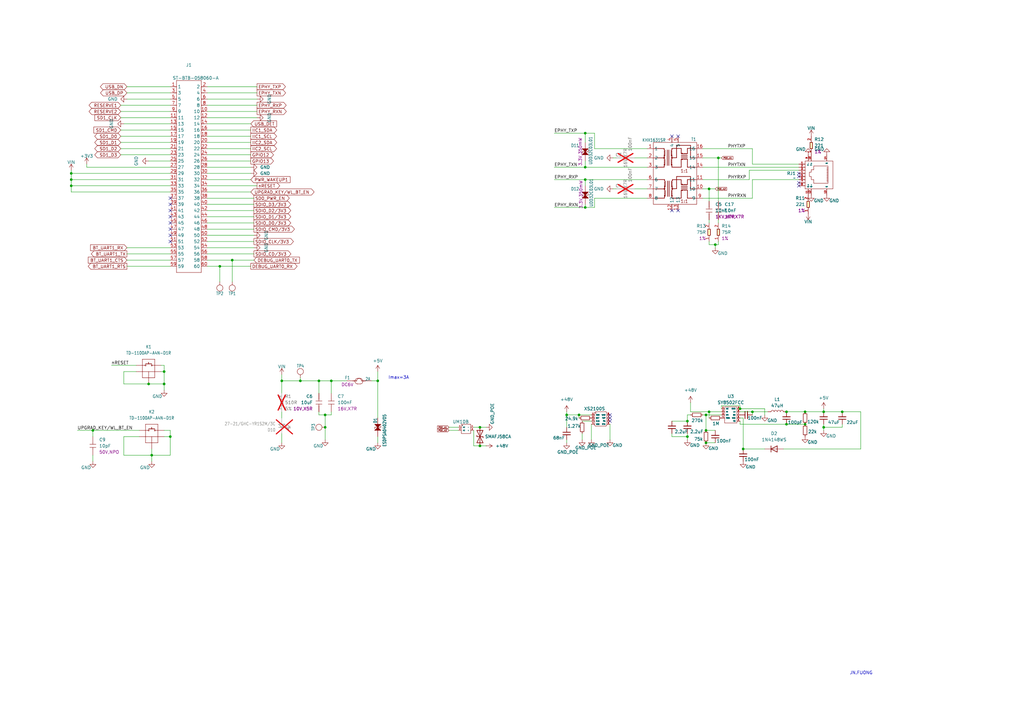
<source format=kicad_sch>
(kicad_sch (version 20231120) (generator "eeschema") (generator_version "8.0")
  (paper "A3")
  (lib_symbols
    (symbol "Connector:R-RJ45S08P-C000"
      (property "Reference" "RJ1" (at 5.0799 -15.24 90))
      (property "Value" "~" (at 6.985 -15.24 90))
      (symbol "R-RJ45S08P-C000_1_1"
        (pin free line (at 1.27 -13.97 90) (length 2.54) (name "") (number "1"))
        (pin free line (at -2.54 -8.89 0) (length 2.54) (name "Y+") (number "10"))
        (pin free line (at 13.97 -10.16 180) (length 2.54) (name "G+") (number "11"))
        (pin free line (at 13.97 -8.89 180) (length 2.54) (name "G-") (number "12"))
        (pin free line (at 13.97 -2.54 180) (length 2.54) (name "S") (number "13"))
        (pin free line (at -2.54 -2.54 0) (length 2.54) (name "S") (number "14"))
        (pin free line (at 2.54 -13.97 90) (length 2.54) (name "") (number "2"))
        (pin free line (at 3.81 -13.97 90) (length 2.54) (name "") (number "3"))
        (pin free line (at 5.08 -13.97 90) (length 2.54) (name "") (number "4"))
        (pin free line (at 6.35 -13.97 90) (length 2.54) (name "") (number "5"))
        (pin free line (at 7.62 -13.97 90) (length 2.54) (name "") (number "6"))
        (pin free line (at 8.89 -13.97 90) (length 2.54) (name "") (number "7"))
        (pin free line (at 10.16 -13.97 90) (length 2.54) (name "") (number "8"))
        (pin free line (at -2.54 -10.16 0) (length 2.54) (name "Y-") (number "9"))
      )
    )
    (symbol "Device:C_Small" (pin_numbers hide) (pin_names (offset 0.254) hide)
      (property "Reference" "C" (at 0.254 1.778 0))
      (property "Value" "C_Small" (at 0.254 -2.032 0))
      (symbol "C_Small_1_1"
        (pin passive line (at 0 2.54 270) (length 2.032) (name "~") (number "1"))
        (pin passive line (at 0 -2.54 90) (length 2.032) (name "~") (number "2"))
      )
    )
    (symbol "Device:L" (pin_numbers hide) (pin_names (offset 1.016) hide)
      (property "Reference" "L" (at -1.27 0 90))
      (property "Value" "L" (at 1.905 0 90))
      (symbol "L_1_1"
        (pin passive line (at 0 3.81 270) (length 1.27) (name "1") (number "1"))
        (pin passive line (at 0 -3.81 90) (length 1.27) (name "2") (number "2"))
      )
    )
    (symbol "Device:R_Small" (pin_numbers hide) (pin_names (offset 0.254) hide)
      (property "Reference" "R" (at 0.762 0.508 0))
      (property "Value" "R_Small" (at 0.762 -1.016 0))
      (symbol "R_Small_1_1"
        (pin passive line (at 0 2.54 270) (length 0.762) (name "~") (number "1"))
        (pin passive line (at 0 -2.54 90) (length 0.762) (name "~") (number "2"))
      )
    )
    (symbol "Diode:1N4148WS" (pin_numbers hide) (pin_names hide)
      (property "Reference" "D" (at 0 2.54 0))
      (property "Value" "1N4148WS" (at 0 -2.54 0))
      (symbol "1N4148WS_1_1"
        (pin passive line (at -3.81 0 0) (length 2.54) (name "K") (number "1"))
        (pin passive line (at 3.81 0 180) (length 2.54) (name "A") (number "2"))
      )
    )
    (symbol "Diode:SMAFJ58CA" (pin_numbers hide) (pin_names (offset 1.016) hide)
      (property "Reference" "D" (at -4.318 3.048 0))
      (property "Value" "SMAFJ58CA" (at 7.874 3.048 0))
      (symbol "SMAFJ58CA_1_1"
        (pin passive line (at -3.81 0 0) (length 2.54) (name "A1") (number "1"))
        (pin passive line (at 3.81 0 180) (length 2.54) (name "A2") (number "2"))
      )
    )
    (symbol "P & G:+3V3" (power) (pin_names (offset 0))
      (property "Value" "+3V3" (at 0 3.556 0))
      (symbol "+3V3_1_1"
        (pin power_in line (at 0 0 90) (length 0) hide (name "+3V3") (number "1"))
      )
    )
    (symbol "P & G:+5V" (power) (pin_names (offset 0))
      (property "Value" "+5V" (at 0 3.556 0))
      (symbol "+5V_1_1"
        (pin power_in line (at 0 0 90) (length 0) hide (name "+5V") (number "1"))
      )
    )
    (symbol "P & G:GND" (power) (pin_names (offset 0))
      (property "Value" "GND" (at 0 -3.81 0))
      (symbol "GND_1_1"
        (pin power_in line (at 0 0 270) (length 0) hide (name "GND") (number "1"))
      )
    )
    (symbol "Switch/311990111_1"
      (property "Reference" "K" (at -2.54 5.08 0))
      (property "Value" "TD-1100AP-A4N-D1R" (at -2.54 3.81 0))
      (symbol "Switch/311990111_1_1_0"
        (pin passive line (at -5.08 1.27 0) (length 2.54) (name "1") (number "1"))
        (pin passive line (at 5.08 1.27 180) (length 2.54) (name "2") (number "2"))
        (pin passive line (at -5.08 -1.27 0) (length 2.54) (name "S1") (number "S1"))
        (pin passive line (at 0 -6.35 90) (length 2.54) (name "S2") (number "S2"))
        (pin passive line (at 5.08 -1.27 180) (length 2.54) (name "S3") (number "S3"))
      )
    )
    (symbol "UM10B:SY8502FCC"
      (property "Reference" "U" (at -0.508 0.762 0))
      (property "Value" "SY8502FCC" (at 6.604 0.762 0))
      (symbol "SY8502FCC_1_1"
        (pin input line (at -1.27 -1.27 0) (length 1.27) (name "NC") (number "1"))
        (pin input line (at -1.27 -2.54 0) (length 1.27) (name "IN") (number "2"))
        (pin input line (at -1.27 -3.81 0) (length 1.27) (name "EN") (number "3"))
        (pin input line (at -1.27 -5.08 0) (length 1.27) (name "RON") (number "4"))
        (pin input line (at 6.35 -6.35 180) (length 1.27) (name "FB") (number "5"))
        (pin output line (at 6.35 -5.08 180) (length 1.27) (name "VCC") (number "6"))
        (pin output line (at 6.35 -3.81 180) (length 1.27) (name "BS") (number "7"))
        (pin input line (at 6.35 -2.54 180) (length 1.27) (name "LX") (number "8"))
        (pin input line (at 6.35 -1.27 180) (length 1.27) (name "GND") (number "9"))
      )
    )
    (symbol "UM10B:UM10B"
      (property "Value" "UM10B" (at -0.254 1.016 0))
      (symbol "UM10B_1_1"
        (pin input line (at -1.27 -1.27 0) (length 1.27) (name "AC") (number "1"))
        (pin input line (at -1.27 -2.54 0) (length 1.27) (name "AC") (number "2"))
        (pin output line (at 5.08 -2.54 180) (length 1.27) (name "+") (number "3"))
        (pin free line (at 5.08 -1.27 180) (length 1.27) (name "-") (number "4"))
      )
    )
    (symbol "UM10B:XS2100S"
      (property "Reference" "U" (at -0.508 0.762 0))
      (symbol "XS2100S_1_1"
        (pin input line (at -1.27 -1.27 0) (length 1.27) (name "VDD") (number "1"))
        (pin input line (at -1.27 -2.54 0) (length 1.27) (name "DET") (number "2"))
        (pin input line (at -1.27 -3.81 0) (length 1.27) (name "CLS") (number "3"))
        (pin input line (at -1.27 -5.08 0) (length 1.27) (name "VSS") (number "4"))
        (pin input line (at 6.35 -5.08 180) (length 1.27) (name "RTN") (number "5"))
        (pin output line (at 6.35 -3.81 180) (length 1.27) (name "PG") (number "6"))
        (pin output line (at 6.35 -2.54 180) (length 1.27) (name "T2P") (number "7"))
        (pin output line (at 6.35 -1.27 180) (length 1.27) (name "WAD") (number "8"))
      )
    )
    (symbol "libdb:Capacitors/302010001" (pin_numbers hide) (pin_names hide)
      (property "Reference" "C" (at 3.175 0 0))
      (property "Value" "10pF" (at 5.715 -1.905 0))
      (property "Voltage Rating" "50V,NPO" (at 0 0 0))
      (symbol "Capacitors/302010001_1_1"
        (pin passive line (at 0 3.81 270) (length 2.54) (name "1") (number "1"))
        (pin passive line (at 0 -3.81 90) (length 2.54) (name "2") (number "2"))
      )
    )
    (symbol "libdb:Capacitors/302010004" (pin_numbers hide) (pin_names hide)
      (property "Reference" "C" (at 3.175 0 0))
      (property "Value" "100nF" (at 5.715 -1.905 0))
      (property "Voltage Rating" "16V,X7R" (at 0 0 0))
      (symbol "Capacitors/302010004_1_1"
        (pin passive line (at 0 3.81 270) (length 2.54) (name "1") (number "1"))
        (pin passive line (at 0 -3.81 90) (length 2.54) (name "2") (number "2"))
      )
    )
    (symbol "libdb:Capacitors/302010103" (pin_numbers hide) (pin_names hide)
      (property "Reference" "C" (at 3.175 0 0))
      (property "Value" "10uF" (at 5.715 -1.905 0))
      (property "Voltage Rating" "10V,X5R" (at 0 0 0))
      (symbol "Capacitors/302010103_1_1"
        (pin passive line (at 0 3.81 270) (length 2.54) (name "1") (number "1"))
        (pin passive line (at 0 -3.81 90) (length 2.54) (name "2") (number "2"))
      )
    )
    (symbol "libdb:Capacitors/302010189" (pin_numbers hide) (pin_names hide)
      (property "Reference" "C" (at 3.175 0 0))
      (property "Value" "1nF" (at 5.715 -1.905 0))
      (property "Voltage Rating" "1KV,X7R" (at 0 0 0))
      (symbol "Capacitors/302010189_1_1"
        (pin passive line (at 0 3.81 270) (length 2.54) (name "1") (number "1"))
        (pin passive line (at 0 -3.81 90) (length 2.54) (name "2") (number "2"))
      )
    )
    (symbol "libdb:Connector/ST-BTB-058060-A"
      (property "Reference" "J" (at -4.826 42.164 0))
      (property "Value" "ST-BTB-058060-A" (at -2.794 40.386 0))
      (symbol "Connector/ST-BTB-058060-A_1_0"
        (pin passive line (at 7.62 -26.67 180) (length 2.54) (name "51") (number "51"))
        (pin passive line (at -7.62 -26.67 0) (length 2.54) (name "52") (number "52"))
        (pin passive line (at 7.62 -29.21 180) (length 2.54) (name "53") (number "53"))
        (pin passive line (at -7.62 -29.21 0) (length 2.54) (name "54") (number "54"))
        (pin passive line (at 7.62 -31.75 180) (length 2.54) (name "55") (number "55"))
        (pin passive line (at -7.62 -31.75 0) (length 2.54) (name "56") (number "56"))
        (pin passive line (at 7.62 -34.29 180) (length 2.54) (name "57") (number "57"))
        (pin passive line (at -7.62 -34.29 0) (length 2.54) (name "58") (number "58"))
        (pin passive line (at 7.62 -36.83 180) (length 2.54) (name "59") (number "59"))
        (pin passive line (at -7.62 -36.83 0) (length 2.54) (name "60") (number "60"))
      )
      (symbol "Connector/ST-BTB-058060-A_1_1"
        (pin passive line (at 7.62 36.83 180) (length 2.54) (name "1") (number "1"))
        (pin passive line (at -7.62 26.67 0) (length 2.54) (name "10") (number "10"))
        (pin passive line (at 7.62 24.13 180) (length 2.54) (name "11") (number "11"))
        (pin passive line (at -7.62 24.13 0) (length 2.54) (name "12") (number "12"))
        (pin passive line (at 7.62 21.59 180) (length 2.54) (name "13") (number "13"))
        (pin passive line (at -7.62 21.59 0) (length 2.54) (name "14") (number "14"))
        (pin passive line (at 7.62 19.05 180) (length 2.54) (name "15") (number "15"))
        (pin passive line (at -7.62 19.05 0) (length 2.54) (name "16") (number "16"))
        (pin passive line (at 7.62 16.51 180) (length 2.54) (name "17") (number "17"))
        (pin passive line (at -7.62 16.51 0) (length 2.54) (name "18") (number "18"))
        (pin passive line (at 7.62 13.97 180) (length 2.54) (name "19") (number "19"))
        (pin passive line (at -7.62 36.83 0) (length 2.54) (name "2") (number "2"))
        (pin passive line (at -7.62 13.97 0) (length 2.54) (name "20") (number "20"))
        (pin passive line (at 7.62 11.43 180) (length 2.54) (name "21") (number "21"))
        (pin passive line (at -7.62 11.43 0) (length 2.54) (name "22") (number "22"))
        (pin passive line (at 7.62 8.89 180) (length 2.54) (name "23") (number "23"))
        (pin passive line (at -7.62 8.89 0) (length 2.54) (name "24") (number "24"))
        (pin passive line (at 7.62 6.35 180) (length 2.54) (name "25") (number "25"))
        (pin passive line (at -7.62 6.35 0) (length 2.54) (name "26") (number "26"))
        (pin passive line (at 7.62 3.81 180) (length 2.54) (name "27") (number "27"))
        (pin passive line (at -7.62 3.81 0) (length 2.54) (name "28") (number "28"))
        (pin passive line (at 7.62 1.27 180) (length 2.54) (name "29") (number "29"))
        (pin passive line (at 7.62 34.29 180) (length 2.54) (name "3") (number "3"))
        (pin passive line (at -7.62 1.27 0) (length 2.54) (name "30") (number "30"))
        (pin passive line (at 7.62 -1.27 180) (length 2.54) (name "31") (number "31"))
        (pin passive line (at -7.62 -1.27 0) (length 2.54) (name "32") (number "32"))
        (pin passive line (at 7.62 -3.81 180) (length 2.54) (name "33") (number "33"))
        (pin passive line (at -7.62 -3.81 0) (length 2.54) (name "34") (number "34"))
        (pin passive line (at 7.62 -6.35 180) (length 2.54) (name "35") (number "35"))
        (pin passive line (at -7.62 -6.35 0) (length 2.54) (name "36") (number "36"))
        (pin passive line (at 7.62 -8.89 180) (length 2.54) (name "37") (number "37"))
        (pin passive line (at -7.62 -8.89 0) (length 2.54) (name "38") (number "38"))
        (pin passive line (at 7.62 -11.43 180) (length 2.54) (name "39") (number "39"))
        (pin passive line (at -7.62 34.29 0) (length 2.54) (name "4") (number "4"))
        (pin passive line (at -7.62 -11.43 0) (length 2.54) (name "40") (number "40"))
        (pin passive line (at 7.62 -13.97 180) (length 2.54) (name "41") (number "41"))
        (pin passive line (at -7.62 -13.97 0) (length 2.54) (name "42") (number "42"))
        (pin passive line (at 7.62 -16.51 180) (length 2.54) (name "43") (number "43"))
        (pin passive line (at -7.62 -16.51 0) (length 2.54) (name "44") (number "44"))
        (pin passive line (at 7.62 -19.05 180) (length 2.54) (name "45") (number "45"))
        (pin passive line (at -7.62 -19.05 0) (length 2.54) (name "46") (number "46"))
        (pin passive line (at 7.62 -21.59 180) (length 2.54) (name "47") (number "47"))
        (pin passive line (at -7.62 -21.59 0) (length 2.54) (name "48") (number "48"))
        (pin passive line (at 7.62 -24.13 180) (length 2.54) (name "49") (number "49"))
        (pin passive line (at 7.62 31.75 180) (length 2.54) (name "5") (number "5"))
        (pin passive line (at -7.62 -24.13 0) (length 2.54) (name "50") (number "50"))
        (pin passive line (at -7.62 31.75 0) (length 2.54) (name "6") (number "6"))
        (pin passive line (at 7.62 29.21 180) (length 2.54) (name "7") (number "7"))
        (pin passive line (at -7.62 29.21 0) (length 2.54) (name "8") (number "8"))
        (pin passive line (at 7.62 26.67 180) (length 2.54) (name "9") (number "9"))
      )
    )
    (symbol "libdb:Diode/304060074"
      (property "Reference" "D" (at -1.905 1.27 0))
      (property "Value" "ESDPSA0402V05" (at 1.27 1.27 0))
      (symbol "Diode/304060074_1_0"
        (pin passive line (at -3.81 0 0) (length 2.54) (name "1") (number "1"))
        (pin passive line (at 3.81 0 180) (length 2.54) (name "2") (number "2"))
      )
    )
    (symbol "libdb:Diode/304060354"
      (property "Reference" "D" (at -1.905 1.27 0))
      (property "Value" "UDD32C03L01" (at 1.27 1.27 0))
      (property "Rating" "3.3V,350mW" (at 0 0 0))
      (symbol "Diode/304060354_1_0"
        (pin passive line (at -3.81 0 0) (length 2.54) (name "1") (number "1"))
        (pin passive line (at 3.81 0 180) (length 2.54) (name "2") (number "2"))
      )
    )
    (symbol "libdb:Diode/304090030"
      (property "Reference" "D" (at -2.032 1.016 0))
      (property "Value" "27-21/GHC-YR1S2M/3C" (at 1.397 0.889 0))
      (symbol "Diode/304090030_1_0"
        (pin passive line (at -2.54 0 0) (length 2.54) (name "+") (number "1"))
        (pin passive line (at 3.81 0 180) (length 2.54) (name "-") (number "2"))
      )
    )
    (symbol "libdb:Fuse/307010043"
      (property "Reference" "F" (at -3.81 0.635 0))
      (property "Value" "2A" (at 0.635 0.635 0))
      (property "Rating" "DC6V" (at 0 0 0))
      (symbol "Fuse/307010043_1_0"
        (pin passive line (at -5.08 0 0) (length 2.54) (name "1") (number "1"))
        (pin passive line (at 5.08 0 180) (length 2.54) (name "2") (number "2"))
      )
    )
    (symbol "libdb:Misc/KHX1631SR"
      (property "Reference" "T" (at -8.89 14.732 0))
      (property "Value" "KHX1631SR" (at -8.89 12.954 0))
      (symbol "Misc/KHX1631SR_1_0"
        (pin passive line (at -11.43 10.16 0) (length 2.54) (name "1") (number "1"))
        (pin passive line (at 11.43 -6.35 180) (length 2.54) (name "10") (number "10"))
        (pin passive line (at 11.43 -2.54 180) (length 2.54) (name "11") (number "11"))
        (pin passive line (at -1.27 -15.24 90) (length 2.54) (name "12") (number "12"))
        (pin passive line (at 1.27 -15.24 90) (length 2.54) (name "13") (number "13"))
        (pin passive line (at 11.43 2.54 180) (length 2.54) (name "14") (number "14"))
        (pin passive line (at 11.43 6.35 180) (length 2.54) (name "15") (number "15"))
        (pin passive line (at 11.43 10.16 180) (length 2.54) (name "16") (number "16"))
        (pin passive line (at -11.43 6.35 0) (length 2.54) (name "2") (number "2"))
        (pin passive line (at -11.43 2.54 0) (length 2.54) (name "3") (number "3"))
        (pin passive line (at -1.27 15.24 270) (length 2.54) (name "4") (number "4"))
        (pin passive line (at 1.27 15.24 270) (length 2.54) (name "5") (number "5"))
        (pin passive line (at -11.43 -2.54 0) (length 2.54) (name "6") (number "6"))
        (pin passive line (at -11.43 -6.35 0) (length 2.54) (name "7") (number "7"))
        (pin passive line (at -11.43 -10.16 0) (length 2.54) (name "8") (number "8"))
        (pin passive line (at 11.43 -10.16 180) (length 2.54) (name "9") (number "9"))
      )
      (symbol "Misc/KHX1631SR_1_1"
        (text "1:1" (at 3.81 -11.43 0) (effects (font (size 1.27 1.27))))
        (text "1:1" (at 3.81 1.016 0) (effects (font (size 1.27 1.27))))
      )
    )
    (symbol "libdb:Misc/TP35C_SMD"
      (property "Reference" "TP" (at -2.54 0 0))
      (property "Value" "Test Point" (at 5.08 0 0))
      (symbol "Misc/TP35C_SMD_1_0"
        (pin passive line (at -2.54 0 0) (length 0) (name "T") (number "1"))
      )
    )
    (symbol "libdb:Resistors/301010050" (pin_names (offset 1.016))
      (property "Reference" "R" (at -1.905 0.635 0))
      (property "Value" "510R" (at 0.635 0.635 0))
      (property "Power Rating" "5%" (at 0 0 0))
      (symbol "Resistors/301010050_0_0"
        (pin passive line (at -3.81 0 0) (length 2.54) (name "~") (number "1"))
        (pin passive line (at 3.81 0 180) (length 2.54) (name "~") (number "2"))
      )
    )
    (symbol "libdb:Resistors/301010269" (pin_names (offset 1.016))
      (property "Reference" "R" (at -1.905 0.635 0))
      (property "Value" "75R" (at 0.635 0.635 0))
      (property "Power Rating" "1%" (at 0 0 0))
      (symbol "Resistors/301010269_0_0"
        (pin passive line (at -3.81 0 0) (length 2.54) (name "~") (number "1"))
        (pin passive line (at 3.81 0 180) (length 2.54) (name "~") (number "2"))
      )
    )
    (symbol "libdb:Switch/311990111"
      (property "Reference" "K" (at -2.54 5.08 0))
      (property "Value" "TD-1100AP-A4N-D1R" (at -2.54 3.81 0))
      (symbol "Switch/311990111_1_0"
        (pin passive line (at -5.08 1.27 0) (length 2.54) (name "1") (number "1"))
        (pin passive line (at 5.08 1.27 180) (length 2.54) (name "2") (number "2"))
        (pin passive line (at -5.08 -1.27 0) (length 2.54) (name "S1") (number "S1"))
        (pin passive line (at 0 -6.35 90) (length 2.54) (name "S2") (number "S2"))
        (pin passive line (at 5.08 -1.27 180) (length 2.54) (name "S3") (number "S3"))
      )
    )
    (symbol "power:+48V" (power) (pin_numbers hide) (pin_names (offset 0) hide)
      (property "Value" "+48V" (at 0 3.556 0))
      (symbol "+48V_1_1"
        (pin power_in line (at 0 0 90) (length 0) (name "~") (number "1"))
      )
    )
  )
  (junction (at 133.35 175.26))
  (junction (at 281.94 172.72))
  (junction (at 60.96 157.48))
  (junction (at 196.85 182.88))
  (junction (at 67.31 152.4))
  (junction (at 290.83 77.47))
  (junction (at 240.03 68.58))
  (junction (at 196.85 175.26))
  (junction (at 289.56 176.53))
  (junction (at 289.56 181.61))
  (junction (at 38.1 176.53))
  (junction (at 29.21 71.12))
  (junction (at 345.44 168.91))
  (junction (at 330.2 168.91))
  (junction (at 322.58 168.91))
  (junction (at 294.64 64.77))
  (junction (at 232.41 170.18))
  (junction (at 337.82 175.26))
  (junction (at 337.82 168.91))
  (junction (at 237.49 170.18))
  (junction (at 308.61 168.91))
  (junction (at 67.31 157.48))
  (junction (at 123.19 156.21))
  (junction (at 130.81 156.21))
  (junction (at 330.2 173.99))
  (junction (at 240.03 73.66))
  (junction (at 90.17 109.22))
  (junction (at 62.23 186.69))
  (junction (at 154.94 156.21))
  (junction (at 133.35 170.18))
  (junction (at 289.56 170.18))
  (junction (at 29.21 73.66))
  (junction (at 304.8 184.15))
  (junction (at 29.21 76.2))
  (junction (at 293.37 100.33))
  (junction (at 290.83 168.91))
  (junction (at 115.57 156.21))
  (junction (at 69.85 179.07))
  (junction (at 240.03 54.61))
  (junction (at 95.25 106.68))
  (junction (at 322.58 173.99))
  (junction (at 303.53 167.64))
  (junction (at 135.89 156.21))
  (junction (at 240.03 85.09))
  (junction (at 281.94 179.07))
  (no_connect (at 275.59 86.36))
  (no_connect (at 69.85 81.28))
  (no_connect (at 69.85 93.98))
  (no_connect (at 327.66 71.12))
  (no_connect (at 250.19 172.72))
  (no_connect (at 69.85 86.36))
  (no_connect (at 327.66 74.93))
  (no_connect (at 250.19 170.18))
  (no_connect (at 275.59 55.88))
  (no_connect (at 278.13 55.88))
  (no_connect (at 327.66 72.39))
  (no_connect (at 69.85 83.82))
  (no_connect (at 69.85 91.44))
  (no_connect (at 250.19 171.45))
  (no_connect (at 278.13 86.36))
  (no_connect (at 69.85 88.9))
  (no_connect (at 327.66 76.2))
  (no_connect (at 69.85 99.06))
  (no_connect (at 69.85 96.52))
  (wire (pts (xy 281.94 180.34) (xy 281.94 179.07)))
  (wire (pts (xy 29.21 71.12) (xy 29.21 73.66)))
  (wire (pts (xy 307.34 73.66) (xy 307.34 69.85)))
  (wire (pts (xy 240.03 54.61) (xy 240.03 58.42)))
  (wire (pts (xy 232.41 168.91) (xy 232.41 170.18)))
  (wire (pts (xy 243.84 54.61) (xy 243.84 60.96)))
  (wire (pts (xy 104.14 93.98) (xy 85.09 93.98)))
  (wire (pts (xy 275.59 179.07) (xy 275.59 177.8)))
  (wire (pts (xy 154.94 179.07) (xy 154.94 181.61)))
  (wire (pts (xy 308.61 67.31) (xy 327.66 67.31)))
  (wire (pts (xy 90.17 109.22) (xy 102.87 109.22)))
  (wire (pts (xy 50.8 186.69) (xy 62.23 186.69)))
  (wire (pts (xy 243.84 81.28) (xy 265.43 81.28)))
  (wire (pts (xy 38.1 176.53) (xy 38.1 179.07)))
  (wire (pts (xy 123.19 156.21) (xy 123.19 154.94)))
  (wire (pts (xy 288.29 64.77) (xy 294.64 64.77)))
  (wire (pts (xy 290.83 90.17) (xy 290.83 91.44)))
  (wire (pts (xy 85.09 71.12) (xy 102.87 71.12)))
  (wire (pts (xy 104.14 91.44) (xy 85.09 91.44)))
  (wire (pts (xy 49.53 45.72) (xy 69.85 45.72)))
  (wire (pts (xy 237.49 170.18) (xy 237.49 171.45)))
  (wire (pts (xy 135.89 156.21) (xy 135.89 161.29)))
  (wire (pts (xy 288.29 68.58) (xy 327.66 68.58)))
  (wire (pts (xy 38.1 186.69) (xy 38.1 189.23)))
  (wire (pts (xy 67.31 149.86) (xy 67.31 152.4)))
  (wire (pts (xy 232.41 170.18) (xy 237.49 170.18)))
  (wire (pts (xy 55.88 152.4) (xy 50.8 152.4)))
  (wire (pts (xy 133.35 175.26) (xy 133.35 180.34)))
  (wire (pts (xy 322.58 168.91) (xy 330.2 168.91)))
  (wire (pts (xy 275.59 179.07) (xy 281.94 179.07)))
  (wire (pts (xy 115.57 168.91) (xy 115.57 171.45)))
  (wire (pts (xy 152.4 156.21) (xy 154.94 156.21)))
  (wire (pts (xy 243.84 60.96) (xy 265.43 60.96)))
  (wire (pts (xy 308.61 168.91) (xy 308.61 170.18)))
  (wire (pts (xy 242.57 180.34) (xy 242.57 173.99)))
  (wire (pts (xy 154.94 152.4) (xy 154.94 156.21)))
  (wire (pts (xy 95.25 106.68) (xy 95.25 115.57)))
  (wire (pts (xy 289.56 170.18) (xy 295.91 170.18)))
  (wire (pts (xy 337.82 175.26) (xy 345.44 175.26)))
  (wire (pts (xy 232.41 181.61) (xy 232.41 180.34)))
  (wire (pts (xy 294.64 64.77) (xy 295.91 64.77)))
  (wire (pts (xy 194.31 175.26) (xy 196.85 175.26)))
  (wire (pts (xy 240.03 73.66) (xy 240.03 76.2)))
  (wire (pts (xy 62.23 186.69) (xy 62.23 184.15)))
  (wire (pts (xy 67.31 179.07) (xy 69.85 179.07)))
  (wire (pts (xy 50.8 152.4) (xy 50.8 157.48)))
  (wire (pts (xy 105.41 35.56) (xy 85.09 35.56)))
  (wire (pts (xy 104.14 88.9) (xy 85.09 88.9)))
  (wire (pts (xy 196.85 182.88) (xy 199.39 182.88)))
  (wire (pts (xy 260.35 77.47) (xy 265.43 77.47)))
  (wire (pts (xy 105.41 43.18) (xy 85.09 43.18)))
  (wire (pts (xy 293.37 100.33) (xy 294.64 100.33)))
  (wire (pts (xy 102.87 73.66) (xy 85.09 73.66)))
  (wire (pts (xy 52.07 38.1) (xy 69.85 38.1)))
  (wire (pts (xy 283.21 165.1) (xy 283.21 168.91)))
  (wire (pts (xy 321.31 184.15) (xy 353.06 184.15)))
  (wire (pts (xy 104.14 86.36) (xy 85.09 86.36)))
  (wire (pts (xy 85.09 109.22) (xy 90.17 109.22)))
  (wire (pts (xy 104.14 83.82) (xy 85.09 83.82)))
  (wire (pts (xy 29.21 71.12) (xy 69.85 71.12)))
  (wire (pts (xy 102.87 58.42) (xy 85.09 58.42)))
  (wire (pts (xy 90.17 109.22) (xy 90.17 115.57)))
  (wire (pts (xy 290.83 99.06) (xy 290.83 100.33)))
  (wire (pts (xy 345.44 168.91) (xy 353.06 168.91)))
  (wire (pts (xy 154.94 156.21) (xy 154.94 171.45)))
  (wire (pts (xy 238.76 180.34) (xy 238.76 177.8)))
  (wire (pts (xy 31.75 176.53) (xy 38.1 176.53)))
  (wire (pts (xy 337.82 167.64) (xy 337.82 168.91)))
  (wire (pts (xy 123.19 156.21) (xy 130.81 156.21)))
  (wire (pts (xy 67.31 157.48) (xy 67.31 152.4)))
  (wire (pts (xy 50.8 179.07) (xy 50.8 186.69)))
  (wire (pts (xy 62.23 186.69) (xy 62.23 189.23)))
  (wire (pts (xy 57.15 179.07) (xy 50.8 179.07)))
  (wire (pts (xy 29.21 73.66) (xy 69.85 73.66)))
  (wire (pts (xy 60.96 157.48) (xy 67.31 157.48)))
  (wire (pts (xy 240.03 66.04) (xy 240.03 68.58)))
  (wire (pts (xy 295.91 167.64) (xy 295.91 166.37)))
  (wire (pts (xy 102.87 53.34) (xy 85.09 53.34)))
  (wire (pts (xy 303.53 167.64) (xy 313.69 167.64)))
  (wire (pts (xy 38.1 176.53) (xy 57.15 176.53)))
  (wire (pts (xy 313.69 167.64) (xy 313.69 170.18)))
  (wire (pts (xy 337.82 176.53) (xy 337.82 175.26)))
  (wire (pts (xy 303.53 171.45) (xy 304.8 171.45)))
  (wire (pts (xy 281.94 170.18) (xy 281.94 172.72)))
  (wire (pts (xy 250.19 180.34) (xy 250.19 173.99)))
  (wire (pts (xy 240.03 83.82) (xy 240.03 85.09)))
  (wire (pts (xy 67.31 152.4) (xy 66.04 152.4)))
  (wire (pts (xy 133.35 170.18) (xy 135.89 170.18)))
  (wire (pts (xy 289.56 176.53) (xy 293.37 176.53)))
  (wire (pts (xy 227.33 68.58) (xy 240.03 68.58)))
  (wire (pts (xy 85.09 66.04) (xy 102.87 66.04)))
  (wire (pts (xy 304.8 171.45) (xy 304.8 184.15)))
  (wire (pts (xy 104.14 81.28) (xy 85.09 81.28)))
  (wire (pts (xy 29.21 69.85) (xy 29.21 71.12)))
  (wire (pts (xy 293.37 101.6) (xy 293.37 100.33)))
  (wire (pts (xy 105.41 40.64) (xy 85.09 40.64)))
  (wire (pts (xy 307.34 69.85) (xy 327.66 69.85)))
  (wire (pts (xy 288.29 81.28) (xy 308.61 81.28)))
  (wire (pts (xy 67.31 157.48) (xy 67.31 160.02)))
  (wire (pts (xy 232.41 170.18) (xy 232.41 175.26)))
  (wire (pts (xy 290.83 77.47) (xy 293.37 77.47)))
  (wire (pts (xy 281.94 179.07) (xy 281.94 177.8)))
  (wire (pts (xy 35.56 67.31) (xy 35.56 68.58)))
  (wire (pts (xy 288.29 73.66) (xy 307.34 73.66)))
  (wire (pts (xy 337.82 175.26) (xy 337.82 173.99)))
  (wire (pts (xy 85.09 68.58) (xy 102.87 68.58)))
  (wire (pts (xy 130.81 168.91) (xy 130.81 170.18)))
  (wire (pts (xy 308.61 73.66) (xy 308.61 81.28)))
  (wire (pts (xy 345.44 173.99) (xy 345.44 175.26)))
  (wire (pts (xy 95.25 106.68) (xy 104.14 106.68)))
  (wire (pts (xy 135.89 170.18) (xy 135.89 168.91)))
  (wire (pts (xy 308.61 73.66) (xy 327.66 73.66)))
  (wire (pts (xy 283.21 168.91) (xy 290.83 168.91)))
  (wire (pts (xy 290.83 82.55) (xy 290.83 77.47)))
  (wire (pts (xy 67.31 176.53) (xy 69.85 176.53)))
  (wire (pts (xy 49.53 58.42) (xy 69.85 58.42)))
  (wire (pts (xy 69.85 186.69) (xy 62.23 186.69)))
  (wire (pts (xy 52.07 106.68) (xy 69.85 106.68)))
  (wire (pts (xy 184.15 175.26) (xy 187.96 175.26)))
  (wire (pts (xy 69.85 176.53) (xy 69.85 179.07)))
  (wire (pts (xy 294.64 91.44) (xy 294.64 90.17)))
  (wire (pts (xy 290.83 168.91) (xy 295.91 168.91)))
  (wire (pts (xy 288.29 170.18) (xy 289.56 170.18)))
  (wire (pts (xy 314.96 168.91) (xy 308.61 168.91)))
  (wire (pts (xy 238.76 172.72) (xy 242.57 172.72)))
  (wire (pts (xy 49.53 55.88) (xy 69.85 55.88)))
  (wire (pts (xy 290.83 100.33) (xy 293.37 100.33)))
  (wire (pts (xy 105.41 38.1) (xy 85.09 38.1)))
  (wire (pts (xy 304.8 184.15) (xy 313.69 184.15)))
  (wire (pts (xy 105.41 76.2) (xy 85.09 76.2)))
  (wire (pts (xy 303.53 166.37) (xy 303.53 167.64)))
  (wire (pts (xy 66.04 149.86) (xy 67.31 149.86)))
  (wire (pts (xy 194.31 182.88) (xy 196.85 182.88)))
  (wire (pts (xy 330.2 168.91) (xy 337.82 168.91)))
  (wire (pts (xy 102.87 60.96) (xy 85.09 60.96)))
  (wire (pts (xy 50.8 157.48) (xy 60.96 157.48)))
  (wire (pts (xy 102.87 55.88) (xy 85.09 55.88)))
  (wire (pts (xy 130.81 161.29) (xy 130.81 156.21)))
  (wire (pts (xy 69.85 179.07) (xy 69.85 186.69)))
  (wire (pts (xy 60.96 66.04) (xy 69.85 66.04)))
  (wire (pts (xy 240.03 73.66) (xy 265.43 73.66)))
  (wire (pts (xy 104.14 101.6) (xy 85.09 101.6)))
  (wire (pts (xy 52.07 35.56) (xy 69.85 35.56)))
  (wire (pts (xy 52.07 40.64) (xy 69.85 40.64)))
  (wire (pts (xy 275.59 172.72) (xy 281.94 172.72)))
  (wire (pts (xy 227.33 85.09) (xy 240.03 85.09)))
  (wire (pts (xy 237.49 170.18) (xy 242.57 170.18)))
  (wire (pts (xy 240.03 54.61) (xy 243.84 54.61)))
  (wire (pts (xy 243.84 85.09) (xy 243.84 81.28)))
  (wire (pts (xy 184.15 176.53) (xy 187.96 176.53)))
  (wire (pts (xy 85.09 106.68) (xy 95.25 106.68)))
  (wire (pts (xy 29.21 76.2) (xy 29.21 78.74)))
  (wire (pts (xy 289.56 170.18) (xy 289.56 176.53)))
  (wire (pts (xy 104.14 99.06) (xy 85.09 99.06)))
  (wire (pts (xy 251.46 77.47) (xy 252.73 77.47)))
  (wire (pts (xy 85.09 63.5) (xy 102.87 63.5)))
  (wire (pts (xy 308.61 60.96) (xy 308.61 67.31)))
  (wire (pts (xy 29.21 78.74) (xy 69.85 78.74)))
  (wire (pts (xy 105.41 48.26) (xy 85.09 48.26)))
  (wire (pts (xy 290.83 168.91) (xy 290.83 171.45)))
  (wire (pts (xy 289.56 181.61) (xy 293.37 181.61)))
  (wire (pts (xy 115.57 156.21) (xy 123.19 156.21)))
  (wire (pts (xy 294.64 100.33) (xy 294.64 99.06)))
  (wire (pts (xy 288.29 60.96) (xy 308.61 60.96)))
  (wire (pts (xy 288.29 77.47) (xy 290.83 77.47)))
  (wire (pts (xy 35.56 68.58) (xy 69.85 68.58)))
  (wire (pts (xy 322.58 173.99) (xy 330.2 173.99)))
  (wire (pts (xy 353.06 168.91) (xy 353.06 184.15)))
  (wire (pts (xy 294.64 82.55) (xy 294.64 64.77)))
  (wire (pts (xy 45.72 149.86) (xy 55.88 149.86)))
  (wire (pts (xy 295.91 166.37) (xy 303.53 166.37)))
  (wire (pts (xy 29.21 76.2) (xy 69.85 76.2)))
  (wire (pts (xy 130.81 156.21) (xy 135.89 156.21)))
  (wire (pts (xy 227.33 54.61) (xy 240.03 54.61)))
  (wire (pts (xy 281.94 170.18) (xy 283.21 170.18)))
  (wire (pts (xy 104.14 96.52) (xy 85.09 96.52)))
  (wire (pts (xy 194.31 182.88) (xy 194.31 176.53)))
  (wire (pts (xy 337.82 168.91) (xy 345.44 168.91)))
  (wire (pts (xy 240.03 85.09) (xy 243.84 85.09)))
  (wire (pts (xy 130.81 170.18) (xy 133.35 170.18)))
  (wire (pts (xy 227.33 73.66) (xy 240.03 73.66)))
  (wire (pts (xy 303.53 173.99) (xy 303.53 172.72)))
  (wire (pts (xy 49.53 60.96) (xy 69.85 60.96)))
  (wire (pts (xy 115.57 177.8) (xy 115.57 181.61)))
  (wire (pts (xy 135.89 156.21) (xy 142.24 156.21)))
  (wire (pts (xy 260.35 64.77) (xy 265.43 64.77)))
  (wire (pts (xy 102.87 50.8) (xy 85.09 50.8)))
  (wire (pts (xy 196.85 175.26) (xy 199.39 175.26)))
  (wire (pts (xy 251.46 64.77) (xy 252.73 64.77)))
  (wire (pts (xy 115.57 153.67) (xy 115.57 156.21)))
  (wire (pts (xy 102.87 78.74) (xy 85.09 78.74)))
  (wire (pts (xy 308.61 168.91) (xy 303.53 168.91)))
  (wire (pts (xy 52.07 101.6) (xy 69.85 101.6)))
  (wire (pts (xy 49.53 48.26) (xy 69.85 48.26)))
  (wire (pts (xy 29.21 73.66) (xy 29.21 76.2)))
  (wire (pts (xy 49.53 53.34) (xy 69.85 53.34)))
  (wire (pts (xy 105.41 45.72) (xy 85.09 45.72)))
  (wire (pts (xy 133.35 170.18) (xy 133.35 175.26)))
  (wire (pts (xy 52.07 104.14) (xy 69.85 104.14)))
  (wire (pts (xy 50.8 50.8) (xy 69.85 50.8)))
  (wire (pts (xy 69.85 43.18) (xy 49.53 43.18)))
  (wire (pts (xy 49.53 63.5) (xy 69.85 63.5)))
  (wire (pts (xy 115.57 156.21) (xy 115.57 161.29)))
  (wire (pts (xy 240.03 68.58) (xy 265.43 68.58)))
  (wire (pts (xy 104.14 104.14) (xy 85.09 104.14)))
  (wire (pts (xy 52.07 109.22) (xy 69.85 109.22)))
  (wire (pts (xy 303.53 173.99) (xy 322.58 173.99)))
  (text "JN.FUONG" (at 348.488 276.86 0) (effects (font (size 1.27 1.27)) (justify left bottom)))
  (text "Imax=3A\n" (at 159.258 155.702 0) (effects (font (size 1.27 1.27)) (justify left bottom)))
  (label "EPHY_RXP" (at 227.33 73.66 0))
  (label "PHYTXP" (at 298.45 60.96 0))
  (label "EPHY_TXN" (at 227.33 68.58 0))
  (label "PHYTXN" (at 298.45 68.58 0))
  (label "EPHY_TXP" (at 227.33 54.61 0))
  (label "PHYRXN" (at 298.45 81.28 0))
  (label "nRESET" (at 45.72 149.86 0))
  (label "PHYRXP" (at 298.45 73.66 0))
  (label "EPHY_RXN" (at 227.33 85.09 0))
  (label "UPGRAD_KEY{slash}WL_BT_EN" (at 31.75 176.53 0))
  (global_label "EPHY_RXP" (shape output) (at 105.41 43.18 0) (property "Intersheetrefs" "${INTERSHEET_REFS}" (effects (hide yes))))
  (global_label "IIC1_SCL" (shape output) (at 102.87 55.88 0) (property "Intersheetrefs" "${INTERSHEET_REFS}" (effects (hide yes))))
  (global_label "POE_A2" (shape input) (at 184.15 176.53 180) (effects (font (size 0.635 0.635))) (property "Intersheetrefs" "${INTERSHEET_REFS}" (effects (hide yes))))
  (global_label "IIC2_SCL" (shape output) (at 102.87 60.96 0) (property "Intersheetrefs" "${INTERSHEET_REFS}" (effects (hide yes))))
  (global_label "POE_A2" (shape input) (at 293.37 77.47 0) (effects (font (size 0.635 0.635))) (property "Intersheetrefs" "${INTERSHEET_REFS}" (effects (hide yes))))
  (global_label "IIC1_SDA" (shape output) (at 102.87 53.34 0) (property "Intersheetrefs" "${INTERSHEET_REFS}" (effects (hide yes))))
  (global_label "BT_UART1_RTS" (shape output) (at 52.07 109.22 180) (property "Intersheetrefs" "${INTERSHEET_REFS}" (effects (hide yes))))
  (global_label "BT_UART1_TX" (shape output) (at 52.07 104.14 180) (property "Intersheetrefs" "${INTERSHEET_REFS}" (effects (hide yes))))
  (global_label "USB_DN" (shape bidirectional) (at 52.07 35.56 180) (property "Intersheetrefs" "${INTERSHEET_REFS}" (effects (hide yes))))
  (global_label "SDIO_D3{slash}3V3" (shape output) (at 104.14 83.82 0) (property "Intersheetrefs" "${INTERSHEET_REFS}" (effects (hide yes))))
  (global_label "IIC2_SDA" (shape output) (at 102.87 58.42 0) (property "Intersheetrefs" "${INTERSHEET_REFS}" (effects (hide yes))))
  (global_label "nRESET" (shape output) (at 105.41 76.2 0) (property "Intersheetrefs" "${INTERSHEET_REFS}" (effects (hide yes))))
  (global_label "SD1_D3" (shape bidirectional) (at 49.53 63.5 180) (property "Intersheetrefs" "${INTERSHEET_REFS}" (effects (hide yes))))
  (global_label "SD0_PWR_EN" (shape output) (at 104.14 81.28 0) (property "Intersheetrefs" "${INTERSHEET_REFS}" (effects (hide yes))))
  (global_label "RESERVE1" (shape bidirectional) (at 49.53 43.18 180) (property "Intersheetrefs" "${INTERSHEET_REFS}" (effects (hide yes))))
  (global_label "POE_A1" (shape input) (at 184.15 175.26 180) (effects (font (size 0.635 0.635))) (property "Intersheetrefs" "${INTERSHEET_REFS}" (effects (hide yes))))
  (global_label "SDIO_CMD{slash}3V3" (shape output) (at 104.14 93.98 0) (property "Intersheetrefs" "${INTERSHEET_REFS}" (effects (hide yes))))
  (global_label "DEBUG_UART0_RX" (shape output) (at 102.87 109.22 0) (property "Intersheetrefs" "${INTERSHEET_REFS}" (effects (hide yes))))
  (global_label "GPIO13" (shape output) (at 102.87 66.04 0) (property "Intersheetrefs" "${INTERSHEET_REFS}" (effects (hide yes))))
  (global_label "SDIO_D1{slash}3V3" (shape output) (at 104.14 88.9 0) (property "Intersheetrefs" "${INTERSHEET_REFS}" (effects (hide yes))))
  (global_label "SDIO_CLK{slash}3V3" (shape output) (at 104.14 99.06 0) (property "Intersheetrefs" "${INTERSHEET_REFS}" (effects (hide yes))))
  (global_label "USB_DP" (shape bidirectional) (at 52.07 38.1 180) (property "Intersheetrefs" "${INTERSHEET_REFS}" (effects (hide yes))))
  (global_label "RESERVE2" (shape bidirectional) (at 49.53 45.72 180) (property "Intersheetrefs" "${INTERSHEET_REFS}" (effects (hide yes))))
  (global_label "USB_DET" (shape input) (at 102.87 50.8 0) (property "Intersheetrefs" "${INTERSHEET_REFS}" (effects (hide yes))))
  (global_label "SDIO_D0{slash}3V3" (shape output) (at 104.14 91.44 0) (property "Intersheetrefs" "${INTERSHEET_REFS}" (effects (hide yes))))
  (global_label "BT_UART1_RX" (shape input) (at 52.07 101.6 180) (property "Intersheetrefs" "${INTERSHEET_REFS}" (effects (hide yes))))
  (global_label "BT_UART1_CTS" (shape input) (at 52.07 106.68 180) (property "Intersheetrefs" "${INTERSHEET_REFS}" (effects (hide yes))))
  (global_label "SD1_D0" (shape bidirectional) (at 49.53 55.88 180) (property "Intersheetrefs" "${INTERSHEET_REFS}" (effects (hide yes))))
  (global_label "SDIO_CD{slash}3V3" (shape output) (at 104.14 104.14 0) (property "Intersheetrefs" "${INTERSHEET_REFS}" (effects (hide yes))))
  (global_label "SDIO_D2{slash}3V3" (shape output) (at 104.14 86.36 0) (property "Intersheetrefs" "${INTERSHEET_REFS}" (effects (hide yes))))
  (global_label "SD1_CMD" (shape input) (at 49.53 53.34 180) (property "Intersheetrefs" "${INTERSHEET_REFS}" (effects (hide yes))))
  (global_label "POE_A1" (shape input) (at 295.91 64.77 0) (effects (font (size 0.635 0.635))) (property "Intersheetrefs" "${INTERSHEET_REFS}" (effects (hide yes))))
  (global_label "DEBUG_UART0_TX" (shape input) (at 104.14 106.68 0) (property "Intersheetrefs" "${INTERSHEET_REFS}" (effects (hide yes))))
  (global_label "UPGRAD_KEY{slash}WL_BT_EN" (shape bidirectional) (at 102.87 78.74 0) (property "Intersheetrefs" "${INTERSHEET_REFS}" (effects (hide yes))))
  (global_label "EPHY_TXN" (shape output) (at 105.41 38.1 0) (property "Intersheetrefs" "${INTERSHEET_REFS}" (effects (hide yes))))
  (global_label "GPIO12" (shape output) (at 102.87 63.5 0) (property "Intersheetrefs" "${INTERSHEET_REFS}" (effects (hide yes))))
  (global_label "EPHY_TXP" (shape output) (at 105.41 35.56 0) (property "Intersheetrefs" "${INTERSHEET_REFS}" (effects (hide yes))))
  (global_label "SD1_CLK" (shape input) (at 49.53 48.26 180) (property "Intersheetrefs" "${INTERSHEET_REFS}" (effects (hide yes))))
  (global_label "PWR_WAKEUP1" (shape input) (at 102.87 73.66 0) (property "Intersheetrefs" "${INTERSHEET_REFS}" (effects (hide yes))))
  (global_label "SD1_D1" (shape bidirectional) (at 49.53 58.42 180) (property "Intersheetrefs" "${INTERSHEET_REFS}" (effects (hide yes))))
  (global_label "EPHY_RXN" (shape output) (at 105.41 45.72 0) (property "Intersheetrefs" "${INTERSHEET_REFS}" (effects (hide yes))))
  (global_label "SD1_D2" (shape bidirectional) (at 49.53 60.96 180) (property "Intersheetrefs" "${INTERSHEET_REFS}" (effects (hide yes))))
  (symbol (lib_id "P & G:GND") (at 250.19 180.34 0) (unit 1)
    (property "Reference" "#PWR015" (effects (hide yes)))
    (property "Value" "GND" (at 253.238 182.626 0))
  )
  (symbol (lib_id "P & G:GND") (at 293.37 101.6 0) (unit 1)
    (property "Reference" "#PWR026" (effects (hide yes)))
    (property "Value" "GND" (at 296.418 103.886 0))
  )
  (symbol (lib_id "libdb:Diode/304060074") (at 154.94 175.26 90) (mirror x) (unit 1)
    (property "Reference" "D1" (at 153.924 172.466 0) (effects (font (size 1.27 1.0795))))
    (property "Value" "ESDPSA0402V05" (at 157.734 176.53 0) (effects (font (size 1.27 1.0795))))
    (property "Footprint" "Diode_SMD:ESD-0402" (effects (hide yes)))
    (property "Description" "SMD Diode ESD 0.05pF;0402" (effects (hide yes)))
    (property "Manufacturer" "SEMITEL" (effects (hide yes)))
    (property "MPN" "ESDPSA0402V05" (effects (hide yes)))
    (property "SKU" "304060074" (effects (hide yes)))
    (property "Part Type" "ESD" (effects (hide yes)))
  )
  (symbol (lib_id "power:+48V") (at 232.41 168.91 0) (unit 1)
    (property "Reference" "#PWR09" (effects (hide yes)))
    (property "Value" "+48V" (at 232.41 163.83 0))
    (property "Description" "Power symbol creates a global label with name \"+48V\"" (effects (hide yes)))
  )
  (symbol (lib_id "P & G:GND") (at 238.76 180.34 0) (unit 1)
    (property "Reference" "#PWR011" (effects (hide yes)))
    (property "Value" "GND_POE" (at 240.284 183.642 0))
  )
  (symbol (lib_id "P & G:GND") (at 251.46 77.47 270) (mirror x) (unit 1)
    (property "Reference" "#PWR022" (effects (hide yes)))
    (property "Value" "GND" (at 247.65 77.4699 90) (effects (justify right)))
  )
  (symbol (lib_id "Device:R_Small") (at 289.56 179.07 180) (unit 1)
    (property "Reference" "R7" (effects (hide yes)))
    (property "Value" "75k" (at 286.512 180.086 0))
    (property "Footprint" "Resistor_SMD:R_0402_1005Metric" (effects (hide yes)))
    (property "Description" "Resistor, small symbol" (effects (hide yes)))
  )
  (symbol (lib_id "Device:C_Small") (at 304.8 186.69 180) (unit 1)
    (property "Reference" "C12" (effects (hide yes)))
    (property "Value" "100nF" (at 311.404 188.468 0) (effects (justify left)))
    (property "Footprint" "Capacitor_SMD:C_0402_1005Metric" (effects (hide yes)))
    (property "Description" "Unpolarized capacitor, small symbol" (effects (hide yes)))
  )
  (symbol (lib_id "libdb:Diode/304090030") (at 115.57 173.99 270) (unit 1) (dnp yes)
    (property "Reference" "D10" (at 113.03 176.3396 90) (effects (font (size 1.27 1.0795)) (justify right)))
    (property "Value" "27-21/GHC-YR1S2M/3C" (at 113.03 173.7996 90) (effects (font (size 1.27 1.0795)) (justify right)))
    (property "Footprint" "Diode:LED2-0.6X1.7MM" (effects (hide yes)))
    (property "Description" "SMD LED Clear-Green;0603(侧贴)" (effects (hide yes)))
    (property "Manufacturer" "Everlight" (effects (hide yes)))
    (property "MPN" "27-21/GHC-YR1S2M/3C" (effects (hide yes)))
    (property "SKU" "304090030" (effects (hide yes)))
    (property "Part Type" "LED" (effects (hide yes)))
  )
  (symbol (lib_id "libdb:Misc/TP35C_SMD") (at 95.25 118.11 270) (unit 1)
    (property "Reference" "TP1" (at 96.774 120.396 90) (effects (font (size 1.27 1.0795)) (justify right)))
    (property "Value" "Test Point" (effects (hide yes)))
    (property "Footprint" "Connector:TP" (effects (hide yes)))
    (property "Description" "Test Point;TP35C_SMD" (effects (hide yes)))
    (property "SKU" "TP35C_SMD" (effects (hide yes)))
    (property "Part Type" "Test Point" (effects (hide yes)))
  )
  (symbol (lib_id "libdb:Resistors/301010269") (at 331.47 83.82 270) (mirror x) (unit 1)
    (property "Reference" "R11" (at 330.2 81.2799 90) (effects (justify right)))
    (property "Value" "221" (at 330.2 83.8199 90) (effects (justify right)))
    (property "Footprint" "Capacitor_SMD:C0402" (effects (hide yes)))
    (property "Description" "SMD RES 75R-1%-1/10W;0603" (effects (hide yes)))
    (property "Manufacturer" "YAGEO" (effects (hide yes)))
    (property "MPN" "RC0603FR-0775RL" (effects (hide yes)))
    (property "SKU" "301010269" (effects (hide yes)))
    (property "Resistance" "75R" (effects (hide yes)))
    (property "Part Type" "RES" (effects (hide yes)))
    (property "Power Rating" "1%" (at 330.2 86.3599 90) (effects (justify right)))
    (property "Status" "STM32MP135D" (effects (hide yes)))
    (property "Temperature" "-55°C to 155°C" (effects (hide yes)))
  )
  (symbol (lib_id "UM10B:SY8502FCC") (at 297.18 166.37 0) (unit 1)
    (property "Reference" "U3" (at 299.72 162.56 0))
    (property "Value" "SY8502FCC" (at 299.72 165.1 0))
    (property "Footprint" "UM10B:SOIC-8_L4.9-W3.9-P1.27-LS6.0-BL-EP" (effects (hide yes)))
  )
  (symbol (lib_id "Device:R_Small") (at 330.2 176.53 180) (unit 1)
    (property "Reference" "R10" (effects (hide yes)))
    (property "Value" "22k" (at 333.248 177.038 0))
    (property "Footprint" "Resistor_SMD:R_0402_1005Metric" (effects (hide yes)))
    (property "Description" "Resistor, small symbol" (effects (hide yes)))
  )
  (symbol (lib_id "Diode:1N4148WS") (at 317.5 184.15 0) (unit 1)
    (property "Reference" "D2" (at 317.5 177.8 0))
    (property "Value" "1N4148WS" (at 317.5 180.34 0))
    (property "Footprint" "Diode_SMD:D_SOD-323" (effects (hide yes)))
    (property "Datasheet" "https://www.vishay.com/docs/85751/1n4148ws.pdf" (effects (hide yes)))
    (property "Description" "75V 0.15A Fast switching Diode, SOD-323" (effects (hide yes)))
    (property "Sim.Device" "D" (effects (hide yes)))
    (property "Sim.Pins" "1=K 2=A" (effects (hide yes)))
  )
  (symbol (lib_id "Device:R_Small") (at 238.76 175.26 180) (unit 1)
    (property "Reference" "R4" (effects (hide yes)))
    (property "Value" "1.27k" (at 235.458 174.752 0))
    (property "Footprint" "Resistor_SMD:R_0402_1005Metric" (effects (hide yes)))
    (property "Description" "Resistor, small symbol" (effects (hide yes)))
  )
  (symbol (lib_id "P & G:+5V") (at 331.47 87.63 0) (mirror x) (unit 1)
    (property "Reference" "#PWR029" (effects (hide yes)))
    (property "Value" "VIN" (at 331.47 90.932 0))
  )
  (symbol (lib_id "P & G:GND") (at 115.57 181.61 0) (unit 1)
    (property "Reference" "#PWR033" (effects (hide yes)))
    (property "Value" "GND" (at 112.776 184.15 0))
  )
  (symbol (lib_id "P & G:+3V3") (at 35.56 67.31 0) (mirror y) (unit 1)
    (property "Reference" "#PWR02" (effects (hide yes)))
    (property "Value" "+3V3" (at 35.56 64.008 0))
  )
  (symbol (lib_id "P & G:GND") (at 199.39 175.26 90) (unit 1)
    (property "Reference" "#PWR046" (effects (hide yes)))
    (property "Value" "GND_POE" (at 201.93 169.672 0))
  )
  (symbol (lib_id "P & G:+5V") (at 29.21 69.85 0) (mirror y) (unit 1)
    (property "Reference" "#PWR01" (effects (hide yes)))
    (property "Value" "VIN" (at 29.21 66.548 0))
  )
  (symbol (lib_id "P & G:GND") (at 102.87 68.58 90) (mirror x) (unit 1)
    (property "Reference" "#PWR06" (effects (hide yes)))
    (property "Value" "GND" (at 106.68 68.5799 90) (effects (justify right)))
  )
  (symbol (lib_id "libdb:Capacitors/302010004") (at 256.54 64.77 90) (unit 1) (dnp yes)
    (property "Reference" "C3" (at 253.746 63.5 90))
    (property "Value" "100nF" (at 258.445 59.055 0))
    (property "Footprint" "Capacitor:C0402" (effects (hide yes)))
    (property "Description" "SMD CAP Ceramic 100nF-16V-10%-X7R;0402" (effects (hide yes)))
    (property "Manufacturer" "YAGEO" (effects (hide yes)))
    (property "MPN" "CC0402KRX7R7BB104" (effects (hide yes)))
    (property "SKU" "302010004" (effects (hide yes)))
    (property "Part Type" "Ceramic" (effects (hide yes)))
    (property "Voltage Rating" "16V,X7R" (at 256.54 64.77 0))
    (property "Status" "BeagleBone Carrier Board" (effects (hide yes)))
    (property "Temperature" "-55°C to 125°C" (effects (hide yes)))
  )
  (symbol (lib_id "P & G:GND") (at 242.57 180.34 0) (unit 1)
    (property "Reference" "#PWR014" (effects (hide yes)))
    (property "Value" "GND_POE" (at 245.618 182.626 0))
  )
  (symbol (lib_id "power:+48V") (at 283.21 165.1 0) (unit 1)
    (property "Reference" "#PWR017" (effects (hide yes)))
    (property "Value" "+48V" (at 283.21 160.02 0))
    (property "Description" "Power symbol creates a global label with name \"+48V\"" (effects (hide yes)))
  )
  (symbol (lib_id "P & G:+5V") (at 332.74 55.88 0) (mirror y) (unit 1)
    (property "Reference" "#PWR048" (effects (hide yes)))
    (property "Value" "VIN" (at 332.74 52.578 0))
  )
  (symbol (lib_id "Device:R_Small") (at 285.75 170.18 90) (unit 1)
    (property "Reference" "R6" (effects (hide yes)))
    (property "Value" "270k" (at 286.004 172.466 90))
    (property "Footprint" "Resistor_SMD:R_0402_1005Metric" (effects (hide yes)))
    (property "Description" "Resistor, small symbol" (effects (hide yes)))
  )
  (symbol (lib_id "libdb:Diode/304060354") (at 240.03 80.01 270) (mirror x) (unit 1)
    (property "Reference" "D12" (at 237.49 77.4699 90) (effects (font (size 1.27 1.0795)) (justify right)))
    (property "Value" "UDD32C03L01" (at 241.808 84.836 0) (effects (font (size 1.27 1.0795)) (justify left bottom)))
    (property "Footprint" "Diode:SOD-323" (effects (hide yes)))
    (property "Description" "SMD Diode ESD 3.3V-350W;SOD-323" (effects (hide yes)))
    (property "Manufacturer" "BrightKing" (effects (hide yes)))
    (property "MPN" "UDD32C03L01" (effects (hide yes)))
    (property "SKU" "304060354" (effects (hide yes)))
    (property "Part Type" "ESD" (effects (hide yes)))
    (property "Rating" "3.3V,350mW" (at 238.252 79.756 0))
    (property "Status" "Recamera" (effects (hide yes)))
    (property "Temperature" "-50°C to 150°C" (effects (hide yes)))
  )
  (symbol (lib_id "P & G:+5V") (at 115.57 153.67 0) (mirror y) (unit 1)
    (property "Reference" "#PWR044" (effects (hide yes)))
    (property "Value" "VIN" (at 115.57 150.368 0))
  )
  (symbol (lib_id "P & G:GND") (at 104.14 101.6 90) (mirror x) (unit 1)
    (property "Reference" "#PWR031" (effects (hide yes)))
    (property "Value" "GND" (at 109.22 101.6 0))
  )
  (symbol (lib_id "P & G:GND") (at 52.07 40.64 270) (mirror x) (unit 1)
    (property "Reference" "#PWR04" (effects (hide yes)))
    (property "Value" "GND" (at 48.26 40.6401 90) (effects (justify right)))
  )
  (symbol (lib_id "libdb:Resistors/301010269") (at 332.74 59.69 90) (unit 1)
    (property "Reference" "R12" (at 334.01 57.1499 90) (effects (justify right)))
    (property "Value" "221" (at 334.01 59.6899 90) (effects (justify right)))
    (property "Footprint" "Capacitor_SMD:C0402" (effects (hide yes)))
    (property "Description" "SMD RES 75R-1%-1/10W;0603" (effects (hide yes)))
    (property "Manufacturer" "YAGEO" (effects (hide yes)))
    (property "MPN" "RC0603FR-0775RL" (effects (hide yes)))
    (property "SKU" "301010269" (effects (hide yes)))
    (property "Resistance" "75R" (effects (hide yes)))
    (property "Part Type" "RES" (effects (hide yes)))
    (property "Power Rating" "1%" (at 334.01 62.2299 90) (effects (justify right)))
    (property "Status" "STM32MP135D" (effects (hide yes)))
    (property "Temperature" "-55°C to 155°C" (effects (hide yes)))
  )
  (symbol (lib_id "UM10B:XS2100S") (at 243.84 168.91 0) (unit 1)
    (property "Reference" "U2" (effects (hide yes)))
    (property "Value" "XS2100S" (at 243.84 167.64 0))
    (property "Footprint" "UM10B:SOP-8_L4.9-W3.9-P1.27-LS6.0-BL" (effects (hide yes)))
  )
  (symbol (lib_id "Device:C_Small") (at 232.41 177.8 0) (unit 1)
    (property "Reference" "C1" (effects (hide yes)))
    (property "Value" "68nF" (at 226.822 179.578 0) (effects (justify left)))
    (property "Footprint" "Capacitor_SMD:C_0402_1005Metric" (effects (hide yes)))
    (property "Description" "Unpolarized capacitor, small symbol" (effects (hide yes)))
  )
  (symbol (lib_id "Connector:R-RJ45S08P-C000") (at 341.63 66.04 270) (unit 1)
    (property "Reference" "RJ1" (at 326.39 71.1199 90) (effects (justify right)))
    (property "Value" "~" (at 326.39 73.025 90) (effects (justify right)))
    (property "Footprint" "Connector_RJ:R-RJ45S08P-C000" (effects (hide yes)))
  )
  (symbol (lib_id "libdb:Capacitors/302010189") (at 290.83 86.36 0) (unit 1)
    (property "Reference" "C5" (at 293.37 83.8199 0) (effects (justify left)))
    (property "Value" "10nF" (at 293.37 86.3599 0) (effects (justify left)))
    (property "Footprint" "Capacitor_SMD:C0402" (effects (hide yes)))
    (property "Description" "SMD CAP Ceramic 1nF-1KV-10%-X7R;1206" (effects (hide yes)))
    (property "Manufacturer" "YAGEO" (effects (hide yes)))
    (property "MPN" "CC1206KKX7RCBB102" (effects (hide yes)))
    (property "SKU" "302010189" (effects (hide yes)))
    (property "Part Type" "Ceramic" (effects (hide yes)))
    (property "Voltage Rating" "1KV,X7R" (at 293.37 88.8999 0) (effects (justify left)))
    (property "Status" "BeagleBone Carrier Board" (effects (hide yes)))
    (property "Temperature" "-55°C to 125°C" (effects (hide yes)))
  )
  (symbol (lib_id "P & G:GND") (at 60.96 66.04 270) (mirror x) (unit 1)
    (property "Reference" "#PWR05" (effects (hide yes)))
    (property "Value" "GND" (at 55.88 66.04 0))
  )
  (symbol (lib_id "P & G:GND") (at 154.94 181.61 0) (unit 1)
    (property "Reference" "#PWR08" (effects (hide yes)))
    (property "Value" "GND" (at 152.146 184.15 0))
  )
  (symbol (lib_id "libdb:Capacitors/302010004") (at 135.89 165.1 0) (unit 1)
    (property "Reference" "C7" (at 138.43 162.5599 0) (effects (justify left)))
    (property "Value" "100nF" (at 138.43 165.0999 0) (effects (justify left)))
    (property "Footprint" "Capacitor_SMD:C0402" (effects (hide yes)))
    (property "Description" "SMD CAP Ceramic 100nF-16V-10%-X7R;0402" (effects (hide yes)))
    (property "Manufacturer" "YAGEO" (effects (hide yes)))
    (property "MPN" "CC0402KRX7R7BB104" (effects (hide yes)))
    (property "SKU" "302010004" (effects (hide yes)))
    (property "Part Type" "Ceramic" (effects (hide yes)))
    (property "Voltage Rating" "16V,X7R" (at 138.43 167.6399 0) (effects (justify left)))
    (property "Status" "BeagleBone Carrier Board" (effects (hide yes)))
    (property "Temperature" "-55°C to 125°C" (effects (hide yes)))
  )
  (symbol (lib_id "libdb:Misc/TP35C_SMD") (at 90.17 118.11 270) (unit 1)
    (property "Reference" "TP2" (at 91.694 120.396 90) (effects (font (size 1.27 1.0795)) (justify right)))
    (property "Value" "Test Point" (effects (hide yes)))
    (property "Footprint" "Connector:TP" (effects (hide yes)))
    (property "Description" "Test Point;TP35C_SMD" (effects (hide yes)))
    (property "SKU" "TP35C_SMD" (effects (hide yes)))
    (property "Part Type" "Test Point" (effects (hide yes)))
  )
  (symbol (lib_id "P & G:GND") (at 62.23 189.23 0) (unit 1)
    (property "Reference" "#PWR027" (effects (hide yes)))
    (property "Value" "GND" (at 59.436 191.77 0))
  )
  (symbol (lib_id "libdb:Resistors/301010269") (at 294.64 95.25 90) (unit 1)
    (property "Reference" "R14" (at 295.91 92.7099 90) (effects (justify right)))
    (property "Value" "75R" (at 295.91 95.2499 90) (effects (justify right)))
    (property "Footprint" "Capacitor_SMD:C0402" (effects (hide yes)))
    (property "Description" "SMD RES 75R-1%-1/10W;0603" (effects (hide yes)))
    (property "Manufacturer" "YAGEO" (effects (hide yes)))
    (property "MPN" "RC0603FR-0775RL" (effects (hide yes)))
    (property "SKU" "301010269" (effects (hide yes)))
    (property "Resistance" "75R" (effects (hide yes)))
    (property "Part Type" "RES" (effects (hide yes)))
    (property "Power Rating" "1%" (at 295.91 97.7899 90) (effects (justify right)))
    (property "Status" "STM32MP135D" (effects (hide yes)))
    (property "Temperature" "-55°C to 155°C" (effects (hide yes)))
  )
  (symbol (lib_id "Device:R_Small") (at 330.2 171.45 180) (unit 1)
    (property "Reference" "R9" (effects (hide yes)))
    (property "Value" "120k" (at 333.502 172.974 0))
    (property "Footprint" "Resistor_SMD:R_0402_1005Metric" (effects (hide yes)))
    (property "Description" "Resistor, small symbol" (effects (hide yes)))
  )
  (symbol (lib_id "libdb:Misc/TP35C_SMD") (at 123.19 152.4 90) (unit 1)
    (property "Reference" "TP4" (at 121.666 150.114 90) (effects (font (size 1.27 1.0795)) (justify right)))
    (property "Value" "Test Point" (effects (hide yes)))
    (property "Footprint" "Connector:TP" (effects (hide yes)))
    (property "Description" "Test Point;TP35C_SMD" (effects (hide yes)))
    (property "SKU" "TP35C_SMD" (effects (hide yes)))
    (property "Part Type" "Test Point" (effects (hide yes)))
  )
  (symbol (lib_id "P & G:GND") (at 133.35 180.34 0) (unit 1)
    (property "Reference" "#PWR028" (effects (hide yes)))
    (property "Value" "GND" (at 130.556 182.88 0))
  )
  (symbol (lib_id "Device:R_Small") (at 293.37 171.45 90) (unit 1)
    (property "Reference" "R8" (effects (hide yes)))
    (property "Value" "1M" (at 293.624 173.736 90))
    (property "Footprint" "Resistor_SMD:R_0402_1005Metric" (effects (hide yes)))
    (property "Description" "Resistor, small symbol" (effects (hide yes)))
  )
  (symbol (lib_id "libdb:Misc/KHX1631SR") (at 276.86 71.12 0) (unit 1)
    (property "Reference" "T1" (at 283.464 57.15 0) (effects (font (size 1.27 1.0795)) (justify left)))
    (property "Value" "KHX1631SR" (at 263.398 58.166 0) (effects (font (size 1.27 1.0795)) (justify left bottom)))
    (property "Footprint" "Misc:TRF_16p_1d27_12d7x7d15x5d1mm" (effects (hide yes)))
    (property "Description" "SMD Transformer;16P-L12.7*W9.4*H6.2mm" (effects (hide yes)))
    (property "Manufacturer" "DGKYD" (effects (hide yes)))
    (property "MPN" "KHX1631SR" (effects (hide yes)))
    (property "SKU" "KHX1631SR" (effects (hide yes)))
    (property "Part Type" "Misc" (effects (hide yes)))
    (property "Temperature" "-40°C to 85°C" (effects (hide yes)))
  )
  (symbol (lib_id "P & G:+5V") (at 154.94 152.4 0) (unit 1)
    (property "Reference" "#PWR07" (effects (hide yes)))
    (property "Value" "+5V" (at 154.94 147.955 0))
  )
  (symbol (lib_id "P & G:+5V") (at 337.82 167.64 0) (unit 1)
    (property "Reference" "#PWR039" (effects (hide yes)))
    (property "Value" "+5V" (at 337.82 163.195 0))
  )
  (symbol (lib_id "P & G:GND") (at 339.09 63.5 180) (unit 1)
    (property "Reference" "#PWR030" (effects (hide yes)))
    (property "Value" "GND" (at 336.042 61.214 0))
  )
  (symbol (lib_id "libdb:Capacitors/302010103") (at 130.81 165.1 0) (mirror y) (unit 1)
    (property "Reference" "C6" (at 128.27 162.5599 0) (effects (justify left)))
    (property "Value" "10uF" (at 128.27 165.0999 0) (effects (justify left)))
    (property "Footprint" "Capacitor_SMD:C0402" (effects (hide yes)))
    (property "Description" "SMD CAP Ceramic 10uF-10V-10%-X5R;0402" (effects (hide yes)))
    (property "Manufacturer" "YAGEO" (effects (hide yes)))
    (property "MPN" "CC0603KRX5R6BB106" (effects (hide yes)))
    (property "SKU" "302010103" (effects (hide yes)))
    (property "Part Type" "Ceramic" (effects (hide yes)))
    (property "Voltage Rating" "10V,X5R" (at 128.27 167.6399 0) (effects (justify left)))
    (property "Status" "BeagleBone Carrier Board" (effects (hide yes)))
    (property "Temperature" "-55°C to 85°C" (effects (hide yes)))
  )
  (symbol (lib_id "P & G:GND") (at 289.56 181.61 0) (unit 1)
    (property "Reference" "#PWR019" (effects (hide yes)))
    (property "Value" "GND" (at 292.608 183.896 0))
  )
  (symbol (lib_id "Device:L") (at 318.77 168.91 90) (unit 1)
    (property "Reference" "L1" (at 318.77 163.83 90))
    (property "Value" "47uH" (at 318.77 166.37 90))
    (property "Footprint" "Inductor_SMD:L_7.3x7.3_H3.5" (effects (hide yes)))
    (property "Description" "Inductor" (effects (hide yes)))
  )
  (symbol (lib_id "Device:C_Small") (at 306.07 170.18 90) (unit 1)
    (property "Reference" "C13" (effects (hide yes)))
    (property "Value" "100nF" (at 312.674 171.45 90) (effects (justify left)))
    (property "Footprint" "Capacitor_SMD:C_0402_1005Metric" (effects (hide yes)))
    (property "Description" "Unpolarized capacitor, small symbol" (effects (hide yes)))
  )
  (symbol (lib_id "P & G:GND") (at 104.14 96.52 90) (mirror x) (unit 1)
    (property "Reference" "#PWR013" (effects (hide yes)))
    (property "Value" "GND" (at 109.22 96.52 0))
  )
  (symbol (lib_id "libdb:Switch/311990111") (at 62.23 177.8 0) (unit 1)
    (property "Reference" "K2" (at 62.23 168.91 0) (effects (font (size 1.27 1.0795))))
    (property "Value" "TD-1100AP-A4N-D1R" (at 62.23 171.45 0) (effects (font (size 1.27 1.0795))))
    (property "Footprint" "Switch:SW5-SMD-4.56X2.3X1.9MM" (effects (hide yes)))
    (property "Description" "SMD Switch;5P+2-L4.56*W1.90*H2.3mm" (effects (hide yes)))
    (property "Manufacturer" "DeYiLong" (effects (hide yes)))
    (property "MPN" "TD-1100AP-A4N-D1R" (effects (hide yes)))
    (property "SKU" "311990111" (effects (hide yes)))
    (property "Part Type" "Switch" (effects (hide yes)))
  )
  (symbol (lib_id "P & G:GND") (at 304.8 189.23 0) (unit 1)
    (property "Reference" "#PWR021" (effects (hide yes)))
    (property "Value" "GND" (at 307.848 191.516 0))
  )
  (symbol (lib_id "libdb:Resistors/301010269") (at 290.83 95.25 270) (mirror x) (unit 1)
    (property "Reference" "R13" (at 289.56 92.7099 90) (effects (justify right)))
    (property "Value" "75R" (at 289.56 95.2499 90) (effects (justify right)))
    (property "Footprint" "Capacitor_SMD:C0402" (effects (hide yes)))
    (property "Description" "SMD RES 75R-1%-1/10W;0603" (effects (hide yes)))
    (property "Manufacturer" "YAGEO" (effects (hide yes)))
    (property "MPN" "RC0603FR-0775RL" (effects (hide yes)))
    (property "SKU" "301010269" (effects (hide yes)))
    (property "Resistance" "75R" (effects (hide yes)))
    (property "Part Type" "RES" (effects (hide yes)))
    (property "Power Rating" "1%" (at 289.56 97.7899 90) (effects (justify right)))
    (property "Status" "STM32MP135D" (effects (hide yes)))
    (property "Temperature" "-55°C to 155°C" (effects (hide yes)))
  )
  (symbol (lib_id "P & G:GND") (at 331.47 63.5 180) (unit 1)
    (property "Reference" "#PWR042" (effects (hide yes)))
    (property "Value" "GND" (at 328.422 61.214 0))
  )
  (symbol (lib_id "P & G:GND") (at 330.2 179.07 0) (unit 1)
    (property "Reference" "#PWR024" (effects (hide yes)))
    (property "Value" "GND" (at 333.248 181.356 0))
  )
  (symbol (lib_id "power:+48V") (at 199.39 182.88 270) (unit 1)
    (property "Reference" "#PWR045" (effects (hide yes)))
    (property "Value" "+48V" (at 203.2 182.8799 90) (effects (justify left)))
    (property "Description" "Power symbol creates a global label with name \"+48V\"" (effects (hide yes)))
  )
  (symbol (lib_name "Switch/311990111_1") (lib_id "libdb:Switch/311990111") (at 60.96 151.13 0) (unit 1)
    (property "Reference" "K1" (at 60.96 142.24 0) (effects (font (size 1.27 1.0795))))
    (property "Value" "TD-1100AP-A4N-D1R" (at 60.96 144.78 0) (effects (font (size 1.27 1.0795))))
    (property "Footprint" "Switch:SW5-SMD-4.56X2.3X1.9MM" (effects (hide yes)))
    (property "Description" "SMD Switch;5P+2-L4.56*W1.90*H2.3mm" (effects (hide yes)))
    (property "Manufacturer" "DeYiLong" (effects (hide yes)))
    (property "MPN" "TD-1100AP-A4N-D1R" (effects (hide yes)))
    (property "SKU" "311990111" (effects (hide yes)))
    (property "Part Type" "Switch" (effects (hide yes)))
  )
  (symbol (lib_id "Diode:SMAFJ58CA") (at 196.85 179.07 90) (unit 1)
    (property "Reference" "D13" (effects (hide yes)))
    (property "Value" "SMAFJ58CA" (at 198.882 179.07 90) (effects (justify right)))
    (property "Footprint" "UM10B:SMAF_L3.5-W2.6-LS4.7-BI" (effects (hide yes)))
  )
  (symbol (lib_id "libdb:Diode/304060354") (at 240.03 62.23 270) (mirror x) (unit 1)
    (property "Reference" "D11" (at 237.49 59.6899 90) (effects (font (size 1.27 1.0795)) (justify right)))
    (property "Value" "UDD32C03L01" (at 241.554 67.564 0) (effects (font (size 1.27 1.0795)) (justify left bottom)))
    (property "Footprint" "Diode:SOD-323" (effects (hide yes)))
    (property "Description" "SMD Diode ESD 3.3V-350W;SOD-323" (effects (hide yes)))
    (property "Manufacturer" "BrightKing" (effects (hide yes)))
    (property "MPN" "UDD32C03L01" (effects (hide yes)))
    (property "SKU" "304060354" (effects (hide yes)))
    (property "Part Type" "ESD" (effects (hide yes)))
    (property "Rating" "3.3V,350mW" (at 237.998 62.23 0))
    (property "Status" "Recamera" (effects (hide yes)))
    (property "Temperature" "-50°C to 150°C" (effects (hide yes)))
  )
  (symbol (lib_id "Device:C_Small") (at 345.44 171.45 180) (unit 1)
    (property "Reference" "C16" (effects (hide yes)))
    (property "Value" "22uF" (at 352.044 173.228 0) (effects (justify left)))
    (property "Footprint" "Capacitor_SMD:C_0402_1005Metric" (effects (hide yes)))
    (property "Description" "Unpolarized capacitor, small symbol" (effects (hide yes)))
  )
  (symbol (lib_id "P & G:GND") (at 251.46 64.77 270) (mirror x) (unit 1)
    (property "Reference" "#PWR020" (effects (hide yes)))
    (property "Value" "GND" (at 247.65 64.7699 90) (effects (justify right)))
  )
  (symbol (lib_id "P & G:GND") (at 50.8 50.8 270) (mirror x) (unit 1)
    (property "Reference" "#PWR03" (effects (hide yes)))
    (property "Value" "GND" (at 45.72 50.8 0))
  )
  (symbol (lib_id "libdb:Misc/TP35C_SMD") (at 130.81 175.26 180) (unit 1)
    (property "Reference" "TP3" (at 128.524 176.784 90) (effects (font (size 1.27 1.0795)) (justify right)))
    (property "Value" "Test Point" (effects (hide yes)))
    (property "Footprint" "Connector:TP" (effects (hide yes)))
    (property "Description" "Test Point;TP35C_SMD" (effects (hide yes)))
    (property "SKU" "TP35C_SMD" (effects (hide yes)))
    (property "Part Type" "Test Point" (effects (hide yes)))
  )
  (symbol (lib_id "Device:C_Small") (at 293.37 179.07 180) (unit 1)
    (property "Reference" "C11" (effects (hide yes)))
    (property "Value" "100nF" (at 299.974 180.848 0) (effects (justify left)))
    (property "Footprint" "Capacitor_SMD:C_0402_1005Metric" (effects (hide yes)))
    (property "Description" "Unpolarized capacitor, small symbol" (effects (hide yes)))
  )
  (symbol (lib_id "UM10B:UM10B") (at 189.23 173.99 0) (unit 1)
    (property "Reference" "U1" (effects (hide yes)))
    (property "Value" "UM10B" (at 188.976 172.974 0))
    (property "Footprint" "UM10B:UMB-4_L3.8-W3.6-P2.50-LS4.9-BL" (effects (hide yes)))
  )
  (symbol (lib_id "P & G:GND") (at 67.31 160.02 0) (unit 1)
    (property "Reference" "#PWR025" (effects (hide yes)))
    (property "Value" "GND" (at 64.516 162.56 0))
  )
  (symbol (lib_id "libdb:Capacitors/302010189") (at 294.64 86.36 0) (unit 1)
    (property "Reference" "C17" (at 297.18 83.8199 0) (effects (justify left)))
    (property "Value" "10nF" (at 297.18 86.3599 0) (effects (justify left)))
    (property "Footprint" "Capacitor_SMD:C0402" (effects (hide yes)))
    (property "Description" "SMD CAP Ceramic 1nF-1KV-10%-X7R;1206" (effects (hide yes)))
    (property "Manufacturer" "YAGEO" (effects (hide yes)))
    (property "MPN" "CC1206KKX7RCBB102" (effects (hide yes)))
    (property "SKU" "302010189" (effects (hide yes)))
    (property "Part Type" "Ceramic" (effects (hide yes)))
    (property "Voltage Rating" "1KV,X7R" (at 297.18 88.8999 0) (effects (justify left)))
    (property "Status" "BeagleBone Carrier Board" (effects (hide yes)))
    (property "Temperature" "-55°C to 125°C" (effects (hide yes)))
  )
  (symbol (lib_id "libdb:Connector/ST-BTB-058060-A") (at 77.47 72.39 0) (mirror y) (unit 1)
    (property "Reference" "J1" (at 77.47 26.67 0))
    (property "Value" "ST-BTB-058060-A" (at 80.264 32.004 0))
    (property "Footprint" "Connector:BTB60-Male-Female-0.5-17.7x4.4mm" (effects (hide yes)))
    (property "Description" "SMD BTB Male CONN;2*30P-0.5mm-17.7*4.4*4mm" (effects (hide yes)))
    (property "Manufacturer" "SUNGTECH" (effects (hide yes)))
    (property "MPN" "ST-BTB-058060-A" (effects (hide yes)))
    (property "SKU" "ST-BTB-058060-A" (effects (hide yes)))
    (property "Part Type" "BTB CONN" (effects (hide yes)))
    (property "Temperature" "-25°C to 85°C" (effects (hide yes)))
  )
  (symbol (lib_id "P & G:GND") (at 281.94 180.34 0) (unit 1)
    (property "Reference" "#PWR016" (effects (hide yes)))
    (property "Value" "GND" (at 284.988 182.626 0))
  )
  (symbol (lib_id "Device:C_Small") (at 275.59 175.26 180) (unit 1)
    (property "Reference" "C2" (effects (hide yes)))
    (property "Value" "2.2uF" (at 282.194 177.038 0) (effects (justify left)))
    (property "Footprint" "Capacitor_SMD:C_0402_1005Metric" (effects (hide yes)))
    (property "Description" "Unpolarized capacitor, small symbol" (effects (hide yes)))
  )
  (symbol (lib_id "libdb:Resistors/301010050") (at 115.57 165.1 270) (mirror x) (unit 1) (dnp yes)
    (property "Reference" "R1" (at 116.84 162.5599 90) (effects (justify left)))
    (property "Value" "510R" (at 116.84 165.0999 90) (effects (justify left)))
    (property "Footprint" "Resistor:R0402" (effects (hide yes)))
    (property "Description" "SMD RES 510R-5%-1/16W;0402" (effects (hide yes)))
    (property "Manufacturer" "YAGEO" (effects (hide yes)))
    (property "MPN" "RC0402JR-07510RL" (effects (hide yes)))
    (property "SKU" "301010050" (effects (hide yes)))
    (property "Resistance" "510R" (effects (hide yes)))
    (property "Part Type" "RES" (effects (hide yes)))
    (property "Power Rating" "5%" (at 116.84 167.6399 90) (effects (justify left)))
    (property "Status" "R2" (effects (hide yes)))
    (property "Temperature" "-55°C to 155°C" (effects (hide yes)))
  )
  (symbol (lib_id "P & G:GND") (at 105.41 48.26 90) (mirror x) (unit 1)
    (property "Reference" "#PWR034" (effects (hide yes)))
    (property "Value" "GND" (at 110.49 48.26 0))
  )
  (symbol (lib_id "P & G:GND") (at 332.74 80.01 0) (unit 1)
    (property "Reference" "#PWR047" (effects (hide yes)))
    (property "Value" "GND" (at 335.788 82.296 0))
  )
  (symbol (lib_id "libdb:Capacitors/302010004") (at 256.54 77.47 90) (unit 1) (dnp yes)
    (property "Reference" "C4" (at 253.746 76.2 90))
    (property "Value" "100nF" (at 258.445 71.755 0))
    (property "Footprint" "Capacitor:C0402" (effects (hide yes)))
    (property "Description" "SMD CAP Ceramic 100nF-16V-10%-X7R;0402" (effects (hide yes)))
    (property "Manufacturer" "YAGEO" (effects (hide yes)))
    (property "MPN" "CC0402KRX7R7BB104" (effects (hide yes)))
    (property "SKU" "302010004" (effects (hide yes)))
    (property "Part Type" "Ceramic" (effects (hide yes)))
    (property "Voltage Rating" "16V,X7R" (at 256.54 77.47 0))
    (property "Status" "BeagleBone Carrier Board" (effects (hide yes)))
    (property "Temperature" "-55°C to 125°C" (effects (hide yes)))
  )
  (symbol (lib_id "Device:R_Small") (at 240.03 171.45 90) (unit 1)
    (property "Reference" "R5" (effects (hide yes)))
    (property "Value" "24.9k" (at 234.442 171.704 90))
    (property "Footprint" "Resistor_SMD:R_0402_1005Metric" (effects (hide yes)))
    (property "Description" "Resistor, small symbol" (effects (hide yes)))
  )
  (symbol (lib_id "P & G:GND") (at 38.1 189.23 0) (unit 1)
    (property "Reference" "#PWR043" (effects (hide yes)))
    (property "Value" "GND" (at 35.306 191.77 0))
  )
  (symbol (lib_id "P & G:GND") (at 102.87 71.12 90) (mirror x) (unit 1)
    (property "Reference" "#PWR012" (effects (hide yes)))
    (property "Value" "GND" (at 106.68 71.1199 90) (effects (justify right)))
  )
  (symbol (lib_id "P & G:GND") (at 337.82 176.53 0) (unit 1)
    (property "Reference" "#PWR041" (effects (hide yes)))
    (property "Value" "GND" (at 340.868 178.816 0))
  )
  (symbol (lib_id "Device:C_Small") (at 337.82 171.45 180) (unit 1)
    (property "Reference" "C15" (effects (hide yes)))
    (property "Value" "47uF" (at 344.424 173.228 0) (effects (justify left)))
    (property "Footprint" "Capacitor_SMD:C_0402_1005Metric" (effects (hide yes)))
    (property "Description" "Unpolarized capacitor, small symbol" (effects (hide yes)))
  )
  (symbol (lib_id "P & G:GND") (at 105.41 40.64 90) (mirror x) (unit 1)
    (property "Reference" "#PWR032" (effects (hide yes)))
    (property "Value" "GND" (at 110.49 40.64 0))
  )
  (symbol (lib_id "Device:C_Small") (at 322.58 171.45 180) (unit 1)
    (property "Reference" "C14" (effects (hide yes)))
    (property "Value" "100pF" (at 329.184 173.228 0) (effects (justify left)))
    (property "Footprint" "Capacitor_SMD:C_0402_1005Metric" (effects (hide yes)))
    (property "Description" "Unpolarized capacitor, small symbol" (effects (hide yes)))
  )
  (symbol (lib_id "Device:C_Small") (at 281.94 175.26 180) (unit 1)
    (property "Reference" "C10" (effects (hide yes)))
    (property "Value" "2.2uF" (at 288.544 177.038 0) (effects (justify left)))
    (property "Footprint" "Capacitor_SMD:C_0402_1005Metric" (effects (hide yes)))
    (property "Description" "Unpolarized capacitor, small symbol" (effects (hide yes)))
  )
  (symbol (lib_id "P & G:GND") (at 232.41 181.61 0) (unit 1)
    (property "Reference" "#PWR010" (effects (hide yes)))
    (property "Value" "GND_POE" (at 232.918 185.42 0))
  )
  (symbol (lib_id "P & G:GND") (at 313.69 170.18 0) (unit 1)
    (property "Reference" "#PWR023" (effects (hide yes)))
    (property "Value" "GND" (at 316.738 172.466 0))
  )
  (symbol (lib_id "libdb:Fuse/307010043") (at 147.32 156.21 0) (unit 1)
    (property "Reference" "F1" (at 142.494 154.94 0) (effects (font (size 1.27 1.0795))))
    (property "Value" "2A" (at 150.876 155.448 0) (effects (font (size 1.27 1.0795))))
    (property "Footprint" "Fuse:F1210" (effects (hide yes)))
    (property "Description" "SMD PPTC 2A-6V;1210" (effects (hide yes)))
    (property "Manufacturer" "DaRong" (effects (hide yes)))
    (property "MPN" "SMD1210R200SF" (effects (hide yes)))
    (property "SKU" "307010043" (effects (hide yes)))
    (property "Part Type" "Fuse" (effects (hide yes)))
    (property "Rating" "DC6V" (at 142.494 157.734 0))
    (property "Status" "AI-Link NB-IoT Dev Board" (effects (hide yes)))
  )
  (symbol (lib_id "libdb:Capacitors/302010001") (at 38.1 182.88 0) (unit 1)
    (property "Reference" "C9" (at 40.64 180.3399 0) (effects (justify left)))
    (property "Value" "10pF" (at 40.64 182.8799 0) (effects (justify left)))
    (property "Footprint" "Capacitor:C0402" (effects (hide yes)))
    (property "Description" "SMD CAP Ceramic 10pF-50V-5%-NPO;0402" (effects (hide yes)))
    (property "Manufacturer" "YAGEO" (effects (hide yes)))
    (property "MPN" "CC0402JRNPO9BN100" (effects (hide yes)))
    (property "SKU" "302010001" (effects (hide yes)))
    (property "Part Type" "Ceramic" (effects (hide yes)))
    (property "Voltage Rating" "50V,NPO" (at 40.64 185.4199 0) (effects (justify left)))
    (property "Status" "BeagleBone Carrier Board" (effects (hide yes)))
    (property "Temperature" "-55°C to 125°C" (effects (hide yes)))
  )
  (symbol (lib_id "P & G:GND") (at 339.09 80.01 0) (unit 1)
    (property "Reference" "#PWR018" (effects (hide yes)))
    (property "Value" "GND" (at 342.138 82.296 0))
  )
)
</source>
